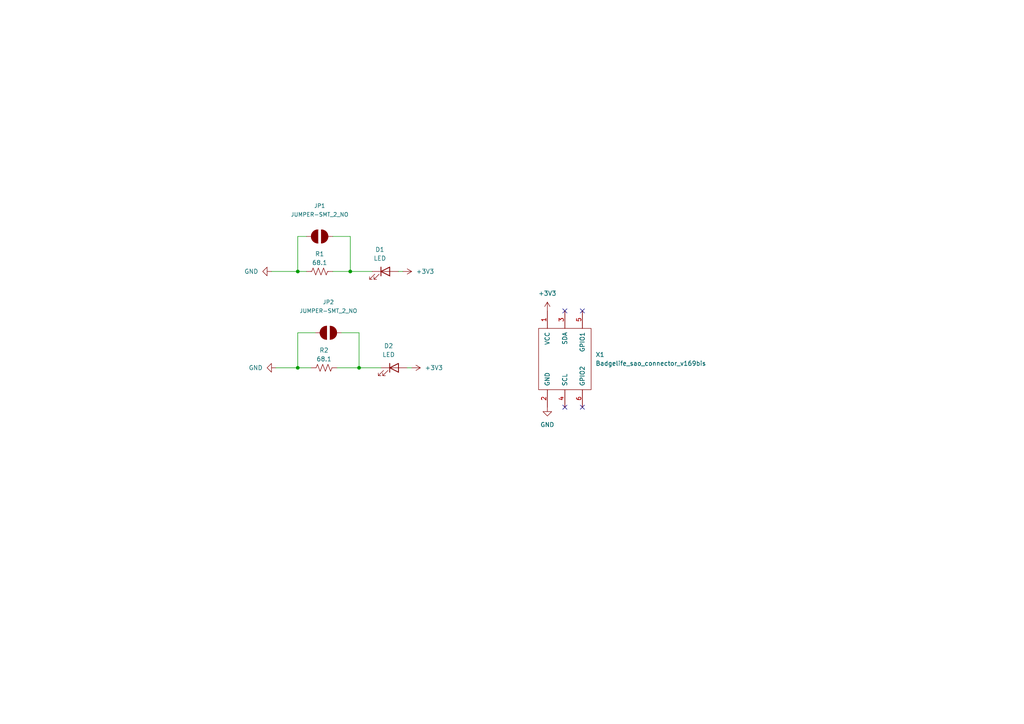
<source format=kicad_sch>
(kicad_sch (version 20230121) (generator eeschema)

  (uuid e63e39d7-6ac0-4ffd-8aa3-1841a4541b55)

  (paper "A4")

  (lib_symbols
    (symbol "BadgePirates:Badgelife_sao_connector_v169bis" (pin_names (offset 1.016)) (in_bom yes) (on_board yes)
      (property "Reference" "X" (at 0 0 0)
        (effects (font (size 1.27 1.27)))
      )
      (property "Value" "Badgelife_sao_connector_v169bis" (at 0 20.32 0)
        (effects (font (size 1.27 1.27)))
      )
      (property "Footprint" "" (at 0 5.08 0)
        (effects (font (size 1.27 1.27)) hide)
      )
      (property "Datasheet" "" (at 0 5.08 0)
        (effects (font (size 1.27 1.27)) hide)
      )
      (symbol "Badgelife_sao_connector_v169bis_0_1"
        (rectangle (start -7.62 8.89) (end 7.62 -8.89)
          (stroke (width 0) (type default))
          (fill (type none))
        )
      )
      (symbol "Badgelife_sao_connector_v169bis_1_1"
        (pin input line (at -5.08 13.97 270) (length 5.08)
          (name "VCC" (effects (font (size 1.27 1.27))))
          (number "1" (effects (font (size 1.27 1.27))))
        )
        (pin input line (at -5.08 -13.97 90) (length 5.08)
          (name "GND" (effects (font (size 1.27 1.27))))
          (number "2" (effects (font (size 1.27 1.27))))
        )
        (pin input line (at 0 13.97 270) (length 5.08)
          (name "SDA" (effects (font (size 1.27 1.27))))
          (number "3" (effects (font (size 1.27 1.27))))
        )
        (pin input line (at 0 -13.97 90) (length 5.08)
          (name "SCL" (effects (font (size 1.27 1.27))))
          (number "4" (effects (font (size 1.27 1.27))))
        )
        (pin input line (at 5.08 13.97 270) (length 5.08)
          (name "GPIO1" (effects (font (size 1.27 1.27))))
          (number "5" (effects (font (size 1.27 1.27))))
        )
        (pin input line (at 5.08 -13.97 90) (length 5.08)
          (name "GPIO2" (effects (font (size 1.27 1.27))))
          (number "6" (effects (font (size 1.27 1.27))))
        )
      )
    )
    (symbol "BadgePirates:JUMPER-SMT_2_NO" (pin_numbers hide) (pin_names (offset 1.016) hide) (in_bom yes) (on_board yes)
      (property "Reference" "JP" (at -2.54 2.54 0)
        (effects (font (size 1.143 1.143)) (justify left bottom))
      )
      (property "Value" "JUMPER-SMT_2_NO" (at -2.54 -3.81 0)
        (effects (font (size 1.143 1.143)) (justify left bottom))
      )
      (property "Footprint" "SMT-JUMPER_2_NO" (at 0 5.08 0)
        (effects (font (size 0.508 0.508)) hide)
      )
      (property "Datasheet" "" (at 0 0 0)
        (effects (font (size 1.524 1.524)) hide)
      )
      (property "PROD_ID" "XXX-00000" (at 0 6.35 0)
        (effects (font (size 1.524 1.524)))
      )
      (property "ki_locked" "" (at 0 0 0)
        (effects (font (size 1.27 1.27)))
      )
      (property "ki_keywords" "PROD_ID:XXX-00000" (at 0 0 0)
        (effects (font (size 1.27 1.27)) hide)
      )
      (property "ki_description" "Normally open jumper This jumper has two pads in close proximity to each other. Apply solder to close the connection. Round pads are easier to solder for beginners, but are a lot larger. SparkFun Product that uses the round pads:<ul><li><a href=\"https://www.sparkfun.com/products/12781\">SparkFun EL Sequencer</a></li></ul>" (at 0 0 0)
        (effects (font (size 1.27 1.27)) hide)
      )
      (property "ki_fp_filters" "*SMT-JUMPER_2_NO_NO-SILK* *SMT-JUMPER_2_NO_NO-SILK_ROUND* *SMT-JUMPER_2_NO_SILK* *SMT-JUMPER_2_NO_SILK_ROUND*" (at 0 0 0)
        (effects (font (size 1.27 1.27)) hide)
      )
      (symbol "JUMPER-SMT_2_NO_0_1"
        (arc (start -0.508 1.905) (mid -2.4047 0) (end -0.508 -1.905)
          (stroke (width 0.2032) (type default))
          (fill (type none))
        )
        (arc (start -0.508 1.905) (mid -2.4047 0) (end -0.508 -1.905)
          (stroke (width 0.2032) (type default))
          (fill (type outline))
        )
        (polyline
          (pts
            (xy -0.508 1.905)
            (xy -0.508 -1.905)
          )
          (stroke (width 0.2032) (type default))
          (fill (type none))
        )
        (polyline
          (pts
            (xy 0.508 1.905)
            (xy 0.508 -1.905)
          )
          (stroke (width 0.2032) (type default))
          (fill (type none))
        )
        (arc (start 0.508 -1.905) (mid 2.4047 0) (end 0.508 1.905)
          (stroke (width 0) (type default))
          (fill (type outline))
        )
        (arc (start 0.508 -1.905) (mid 2.4047 0) (end 0.508 1.905)
          (stroke (width 0.2032) (type default))
          (fill (type none))
        )
      )
      (symbol "JUMPER-SMT_2_NO_1_1"
        (pin passive line (at -3.81 0 0) (length 2.54)
          (name "1" (effects (font (size 1.016 1.016))))
          (number "1" (effects (font (size 1.016 1.016))))
        )
        (pin passive line (at 3.81 0 180) (length 2.54)
          (name "2" (effects (font (size 1.016 1.016))))
          (number "2" (effects (font (size 1.016 1.016))))
        )
      )
    )
    (symbol "Device:LED" (pin_numbers hide) (pin_names (offset 1.016) hide) (in_bom yes) (on_board yes)
      (property "Reference" "D" (at 0 2.54 0)
        (effects (font (size 1.27 1.27)))
      )
      (property "Value" "LED" (at 0 -2.54 0)
        (effects (font (size 1.27 1.27)))
      )
      (property "Footprint" "" (at 0 0 0)
        (effects (font (size 1.27 1.27)) hide)
      )
      (property "Datasheet" "~" (at 0 0 0)
        (effects (font (size 1.27 1.27)) hide)
      )
      (property "ki_keywords" "LED diode" (at 0 0 0)
        (effects (font (size 1.27 1.27)) hide)
      )
      (property "ki_description" "Light emitting diode" (at 0 0 0)
        (effects (font (size 1.27 1.27)) hide)
      )
      (property "ki_fp_filters" "LED* LED_SMD:* LED_THT:*" (at 0 0 0)
        (effects (font (size 1.27 1.27)) hide)
      )
      (symbol "LED_0_1"
        (polyline
          (pts
            (xy -1.27 -1.27)
            (xy -1.27 1.27)
          )
          (stroke (width 0.254) (type default))
          (fill (type none))
        )
        (polyline
          (pts
            (xy -1.27 0)
            (xy 1.27 0)
          )
          (stroke (width 0) (type default))
          (fill (type none))
        )
        (polyline
          (pts
            (xy 1.27 -1.27)
            (xy 1.27 1.27)
            (xy -1.27 0)
            (xy 1.27 -1.27)
          )
          (stroke (width 0.254) (type default))
          (fill (type none))
        )
        (polyline
          (pts
            (xy -3.048 -0.762)
            (xy -4.572 -2.286)
            (xy -3.81 -2.286)
            (xy -4.572 -2.286)
            (xy -4.572 -1.524)
          )
          (stroke (width 0) (type default))
          (fill (type none))
        )
        (polyline
          (pts
            (xy -1.778 -0.762)
            (xy -3.302 -2.286)
            (xy -2.54 -2.286)
            (xy -3.302 -2.286)
            (xy -3.302 -1.524)
          )
          (stroke (width 0) (type default))
          (fill (type none))
        )
      )
      (symbol "LED_1_1"
        (pin passive line (at -3.81 0 0) (length 2.54)
          (name "K" (effects (font (size 1.27 1.27))))
          (number "1" (effects (font (size 1.27 1.27))))
        )
        (pin passive line (at 3.81 0 180) (length 2.54)
          (name "A" (effects (font (size 1.27 1.27))))
          (number "2" (effects (font (size 1.27 1.27))))
        )
      )
    )
    (symbol "Device:R_US" (pin_numbers hide) (pin_names (offset 0)) (in_bom yes) (on_board yes)
      (property "Reference" "R" (at 2.54 0 90)
        (effects (font (size 1.27 1.27)))
      )
      (property "Value" "R_US" (at -2.54 0 90)
        (effects (font (size 1.27 1.27)))
      )
      (property "Footprint" "" (at 1.016 -0.254 90)
        (effects (font (size 1.27 1.27)) hide)
      )
      (property "Datasheet" "~" (at 0 0 0)
        (effects (font (size 1.27 1.27)) hide)
      )
      (property "ki_keywords" "R res resistor" (at 0 0 0)
        (effects (font (size 1.27 1.27)) hide)
      )
      (property "ki_description" "Resistor, US symbol" (at 0 0 0)
        (effects (font (size 1.27 1.27)) hide)
      )
      (property "ki_fp_filters" "R_*" (at 0 0 0)
        (effects (font (size 1.27 1.27)) hide)
      )
      (symbol "R_US_0_1"
        (polyline
          (pts
            (xy 0 -2.286)
            (xy 0 -2.54)
          )
          (stroke (width 0) (type default))
          (fill (type none))
        )
        (polyline
          (pts
            (xy 0 2.286)
            (xy 0 2.54)
          )
          (stroke (width 0) (type default))
          (fill (type none))
        )
        (polyline
          (pts
            (xy 0 -0.762)
            (xy 1.016 -1.143)
            (xy 0 -1.524)
            (xy -1.016 -1.905)
            (xy 0 -2.286)
          )
          (stroke (width 0) (type default))
          (fill (type none))
        )
        (polyline
          (pts
            (xy 0 0.762)
            (xy 1.016 0.381)
            (xy 0 0)
            (xy -1.016 -0.381)
            (xy 0 -0.762)
          )
          (stroke (width 0) (type default))
          (fill (type none))
        )
        (polyline
          (pts
            (xy 0 2.286)
            (xy 1.016 1.905)
            (xy 0 1.524)
            (xy -1.016 1.143)
            (xy 0 0.762)
          )
          (stroke (width 0) (type default))
          (fill (type none))
        )
      )
      (symbol "R_US_1_1"
        (pin passive line (at 0 3.81 270) (length 1.27)
          (name "~" (effects (font (size 1.27 1.27))))
          (number "1" (effects (font (size 1.27 1.27))))
        )
        (pin passive line (at 0 -3.81 90) (length 1.27)
          (name "~" (effects (font (size 1.27 1.27))))
          (number "2" (effects (font (size 1.27 1.27))))
        )
      )
    )
    (symbol "power:+3.3V" (power) (pin_names (offset 0)) (in_bom yes) (on_board yes)
      (property "Reference" "#PWR" (at 0 -3.81 0)
        (effects (font (size 1.27 1.27)) hide)
      )
      (property "Value" "+3.3V" (at 0 3.556 0)
        (effects (font (size 1.27 1.27)))
      )
      (property "Footprint" "" (at 0 0 0)
        (effects (font (size 1.27 1.27)) hide)
      )
      (property "Datasheet" "" (at 0 0 0)
        (effects (font (size 1.27 1.27)) hide)
      )
      (property "ki_keywords" "power-flag" (at 0 0 0)
        (effects (font (size 1.27 1.27)) hide)
      )
      (property "ki_description" "Power symbol creates a global label with name \"+3.3V\"" (at 0 0 0)
        (effects (font (size 1.27 1.27)) hide)
      )
      (symbol "+3.3V_0_1"
        (polyline
          (pts
            (xy -0.762 1.27)
            (xy 0 2.54)
          )
          (stroke (width 0) (type default))
          (fill (type none))
        )
        (polyline
          (pts
            (xy 0 0)
            (xy 0 2.54)
          )
          (stroke (width 0) (type default))
          (fill (type none))
        )
        (polyline
          (pts
            (xy 0 2.54)
            (xy 0.762 1.27)
          )
          (stroke (width 0) (type default))
          (fill (type none))
        )
      )
      (symbol "+3.3V_1_1"
        (pin power_in line (at 0 0 90) (length 0) hide
          (name "+3V3" (effects (font (size 1.27 1.27))))
          (number "1" (effects (font (size 1.27 1.27))))
        )
      )
    )
    (symbol "power:GND" (power) (pin_names (offset 0)) (in_bom yes) (on_board yes)
      (property "Reference" "#PWR" (at 0 -6.35 0)
        (effects (font (size 1.27 1.27)) hide)
      )
      (property "Value" "GND" (at 0 -3.81 0)
        (effects (font (size 1.27 1.27)))
      )
      (property "Footprint" "" (at 0 0 0)
        (effects (font (size 1.27 1.27)) hide)
      )
      (property "Datasheet" "" (at 0 0 0)
        (effects (font (size 1.27 1.27)) hide)
      )
      (property "ki_keywords" "power-flag" (at 0 0 0)
        (effects (font (size 1.27 1.27)) hide)
      )
      (property "ki_description" "Power symbol creates a global label with name \"GND\" , ground" (at 0 0 0)
        (effects (font (size 1.27 1.27)) hide)
      )
      (symbol "GND_0_1"
        (polyline
          (pts
            (xy 0 0)
            (xy 0 -1.27)
            (xy 1.27 -1.27)
            (xy 0 -2.54)
            (xy -1.27 -1.27)
            (xy 0 -1.27)
          )
          (stroke (width 0) (type default))
          (fill (type none))
        )
      )
      (symbol "GND_1_1"
        (pin power_in line (at 0 0 270) (length 0) hide
          (name "GND" (effects (font (size 1.27 1.27))))
          (number "1" (effects (font (size 1.27 1.27))))
        )
      )
    )
  )

  (junction (at 101.6 78.74) (diameter 0) (color 0 0 0 0)
    (uuid 2b9a5c21-403a-4f41-b2ba-5d9501906b8b)
  )
  (junction (at 86.36 78.74) (diameter 0) (color 0 0 0 0)
    (uuid 36c6f742-5f50-4192-836d-1ad9073e2681)
  )
  (junction (at 86.36 106.68) (diameter 0) (color 0 0 0 0)
    (uuid 6ce9bfbc-5e76-4198-9dd3-12fd6a4a8a67)
  )
  (junction (at 104.14 106.68) (diameter 0) (color 0 0 0 0)
    (uuid b806dc34-a233-49f7-b24a-d1570a156fb1)
  )

  (no_connect (at 168.91 90.17) (uuid 3c13f948-c4d9-475e-a170-280cc600b647))
  (no_connect (at 168.91 118.11) (uuid 3c13f948-c4d9-475e-a170-280cc600b648))
  (no_connect (at 163.83 118.11) (uuid 3c13f948-c4d9-475e-a170-280cc600b649))
  (no_connect (at 163.83 90.17) (uuid 3c13f948-c4d9-475e-a170-280cc600b64a))

  (wire (pts (xy 104.14 106.68) (xy 110.49 106.68))
    (stroke (width 0) (type default))
    (uuid 05a21fce-0ecd-4d35-854a-54f71586da52)
  )
  (wire (pts (xy 86.36 106.68) (xy 90.17 106.68))
    (stroke (width 0) (type default))
    (uuid 07db75b7-0dbc-427a-8b80-d381c1967233)
  )
  (wire (pts (xy 115.57 78.74) (xy 116.84 78.74))
    (stroke (width 0) (type default))
    (uuid 0f02a8d4-401c-4efb-b1fb-650dd68365a5)
  )
  (wire (pts (xy 101.6 78.74) (xy 96.52 78.74))
    (stroke (width 0) (type default))
    (uuid 16ecb69d-67c2-4870-9e0c-38105bd66eab)
  )
  (wire (pts (xy 101.6 68.58) (xy 101.6 78.74))
    (stroke (width 0) (type default))
    (uuid 2ba491c5-f750-439d-8119-676717674d7f)
  )
  (wire (pts (xy 86.36 68.58) (xy 86.36 78.74))
    (stroke (width 0) (type default))
    (uuid 2d05b35f-7301-4c58-9e47-c42ef1a8b029)
  )
  (wire (pts (xy 104.14 96.52) (xy 104.14 106.68))
    (stroke (width 0) (type default))
    (uuid 367071ab-0247-4d1b-bcd9-565e120ed835)
  )
  (wire (pts (xy 88.9 68.58) (xy 86.36 68.58))
    (stroke (width 0) (type default))
    (uuid 42acca0c-61d3-46d5-9c76-7c2eef06ad64)
  )
  (wire (pts (xy 99.06 96.52) (xy 104.14 96.52))
    (stroke (width 0) (type default))
    (uuid 63d2f347-b274-4b6e-9fb1-dbcf69e7f6ba)
  )
  (wire (pts (xy 80.01 106.68) (xy 86.36 106.68))
    (stroke (width 0) (type default))
    (uuid 65376b06-f373-41df-a19d-ec6a45085147)
  )
  (wire (pts (xy 78.74 78.74) (xy 86.36 78.74))
    (stroke (width 0) (type default))
    (uuid 82dcab47-2d4d-49dd-a7b8-1fd01ffd85d9)
  )
  (wire (pts (xy 96.52 68.58) (xy 101.6 68.58))
    (stroke (width 0) (type default))
    (uuid 90b5dbaf-3e26-463f-bbd8-6aa2511413e6)
  )
  (wire (pts (xy 91.44 96.52) (xy 86.36 96.52))
    (stroke (width 0) (type default))
    (uuid 9f348fe7-bdef-45cd-bf77-ff30cd49cad3)
  )
  (wire (pts (xy 97.79 106.68) (xy 104.14 106.68))
    (stroke (width 0) (type default))
    (uuid a4445aed-2646-4bc8-96fb-a6af0eeecd72)
  )
  (wire (pts (xy 86.36 96.52) (xy 86.36 106.68))
    (stroke (width 0) (type default))
    (uuid a667e1af-fa3e-4432-ad7f-93d4a8ab340a)
  )
  (wire (pts (xy 118.11 106.68) (xy 119.38 106.68))
    (stroke (width 0) (type default))
    (uuid ab3fc8c1-6562-4cfb-b930-66ab8834f7e3)
  )
  (wire (pts (xy 86.36 78.74) (xy 88.9 78.74))
    (stroke (width 0) (type default))
    (uuid ad67b256-854b-45dc-bc27-6de9d28d2da6)
  )
  (wire (pts (xy 107.95 78.74) (xy 101.6 78.74))
    (stroke (width 0) (type default))
    (uuid e0eb80f7-36af-4e3f-b961-a31d54ee79ff)
  )

  (symbol (lib_id "BadgePirates:Badgelife_sao_connector_v169bis") (at 163.83 104.14 0) (unit 1)
    (in_bom yes) (on_board yes) (dnp no) (fields_autoplaced)
    (uuid 00f3ea8b-8a54-4e56-84ff-d98f6c00496c)
    (property "Reference" "X1" (at 172.72 102.8699 0)
      (effects (font (size 1.27 1.27)) (justify left))
    )
    (property "Value" "Badgelife_sao_connector_v169bis" (at 172.72 105.4099 0)
      (effects (font (size 1.27 1.27)) (justify left))
    )
    (property "Footprint" "BadgePirates:Badgelife-SAOv169-BADGE-2x3_Back" (at 163.83 99.06 0)
      (effects (font (size 1.27 1.27)) hide)
    )
    (property "Datasheet" "" (at 163.83 99.06 0)
      (effects (font (size 1.27 1.27)) hide)
    )
    (pin "1" (uuid 4d586a18-26c5-441e-a9ff-8125ee516126))
    (pin "2" (uuid 477892a1-722e-4cda-bb6c-fcdb8ba5f93e))
    (pin "3" (uuid b09666f9-12f1-4ee9-8877-2292c94258ca))
    (pin "4" (uuid 479331ff-c540-41f4-84e6-b48d65171e59))
    (pin "5" (uuid cc15f583-a41b-43af-ba94-a75455506a96))
    (pin "6" (uuid 1199146e-a60b-416a-b503-e77d6d2892f9))
    (instances
      (project "HankPropane2.0"
        (path "/e63e39d7-6ac0-4ffd-8aa3-1841a4541b55"
          (reference "X1") (unit 1)
        )
      )
    )
  )

  (symbol (lib_id "Device:LED") (at 114.3 106.68 0) (unit 1)
    (in_bom yes) (on_board yes) (dnp no) (fields_autoplaced)
    (uuid 518648e5-4c77-424a-b965-aef22f525c53)
    (property "Reference" "D2" (at 112.7125 100.33 0)
      (effects (font (size 1.27 1.27)))
    )
    (property "Value" "LED" (at 112.7125 102.87 0)
      (effects (font (size 1.27 1.27)))
    )
    (property "Footprint" "BadgePirates:LED_Osram_Lx_P47F_D2mm_ReverseMount_Proper_Mask Only" (at 114.3 106.68 0)
      (effects (font (size 1.27 1.27)) hide)
    )
    (property "Datasheet" "~" (at 114.3 106.68 0)
      (effects (font (size 1.27 1.27)) hide)
    )
    (pin "1" (uuid e2bdcc34-a8c3-4e8f-a2ac-f5a61abfc6ba))
    (pin "2" (uuid bc4499ed-d675-4463-a987-f8cd58a9102c))
    (instances
      (project "HankPropane2.0"
        (path "/e63e39d7-6ac0-4ffd-8aa3-1841a4541b55"
          (reference "D2") (unit 1)
        )
      )
    )
  )

  (symbol (lib_id "power:GND") (at 80.01 106.68 270) (unit 1)
    (in_bom yes) (on_board yes) (dnp no) (fields_autoplaced)
    (uuid 52289d0d-bab3-4ae0-a132-b1bf66ddca44)
    (property "Reference" "#PWR0103" (at 73.66 106.68 0)
      (effects (font (size 1.27 1.27)) hide)
    )
    (property "Value" "GND" (at 76.2 106.6799 90)
      (effects (font (size 1.27 1.27)) (justify right))
    )
    (property "Footprint" "" (at 80.01 106.68 0)
      (effects (font (size 1.27 1.27)) hide)
    )
    (property "Datasheet" "" (at 80.01 106.68 0)
      (effects (font (size 1.27 1.27)) hide)
    )
    (pin "1" (uuid 53106ca1-f773-474a-9e93-ff5ebb927230))
    (instances
      (project "HankPropane2.0"
        (path "/e63e39d7-6ac0-4ffd-8aa3-1841a4541b55"
          (reference "#PWR0103") (unit 1)
        )
      )
    )
  )

  (symbol (lib_id "Device:LED") (at 111.76 78.74 0) (unit 1)
    (in_bom yes) (on_board yes) (dnp no) (fields_autoplaced)
    (uuid 606cc23c-679a-4fa3-b3b1-c023026298b1)
    (property "Reference" "D1" (at 110.1725 72.39 0)
      (effects (font (size 1.27 1.27)))
    )
    (property "Value" "LED" (at 110.1725 74.93 0)
      (effects (font (size 1.27 1.27)))
    )
    (property "Footprint" "BadgePirates:LED_Osram_Lx_P47F_D2mm_ReverseMount_Proper_Mask Only" (at 111.76 78.74 0)
      (effects (font (size 1.27 1.27)) hide)
    )
    (property "Datasheet" "~" (at 111.76 78.74 0)
      (effects (font (size 1.27 1.27)) hide)
    )
    (pin "1" (uuid bf1a0735-8349-4149-9917-9c06c3ec36d7))
    (pin "2" (uuid 13d0922b-6304-4dca-bf30-664d82859d66))
    (instances
      (project "HankPropane2.0"
        (path "/e63e39d7-6ac0-4ffd-8aa3-1841a4541b55"
          (reference "D1") (unit 1)
        )
      )
    )
  )

  (symbol (lib_id "power:GND") (at 158.75 118.11 0) (unit 1)
    (in_bom yes) (on_board yes) (dnp no) (fields_autoplaced)
    (uuid 654e6293-47aa-4444-a2b8-1982b7238daa)
    (property "Reference" "#PWR0106" (at 158.75 124.46 0)
      (effects (font (size 1.27 1.27)) hide)
    )
    (property "Value" "GND" (at 158.75 123.19 0)
      (effects (font (size 1.27 1.27)))
    )
    (property "Footprint" "" (at 158.75 118.11 0)
      (effects (font (size 1.27 1.27)) hide)
    )
    (property "Datasheet" "" (at 158.75 118.11 0)
      (effects (font (size 1.27 1.27)) hide)
    )
    (pin "1" (uuid 7bd42456-0b7a-4f71-b944-b2f9463cf420))
    (instances
      (project "HankPropane2.0"
        (path "/e63e39d7-6ac0-4ffd-8aa3-1841a4541b55"
          (reference "#PWR0106") (unit 1)
        )
      )
    )
  )

  (symbol (lib_id "power:+3.3V") (at 158.75 90.17 0) (unit 1)
    (in_bom yes) (on_board yes) (dnp no) (fields_autoplaced)
    (uuid 7cfb6280-7b79-495c-8176-08dad93c3f74)
    (property "Reference" "#PWR0105" (at 158.75 93.98 0)
      (effects (font (size 1.27 1.27)) hide)
    )
    (property "Value" "+3.3V" (at 158.75 85.09 0)
      (effects (font (size 1.27 1.27)))
    )
    (property "Footprint" "" (at 158.75 90.17 0)
      (effects (font (size 1.27 1.27)) hide)
    )
    (property "Datasheet" "" (at 158.75 90.17 0)
      (effects (font (size 1.27 1.27)) hide)
    )
    (pin "1" (uuid 12862b6c-6662-44dd-b0a7-e076e90164a5))
    (instances
      (project "HankPropane2.0"
        (path "/e63e39d7-6ac0-4ffd-8aa3-1841a4541b55"
          (reference "#PWR0105") (unit 1)
        )
      )
    )
  )

  (symbol (lib_id "power:GND") (at 78.74 78.74 270) (unit 1)
    (in_bom yes) (on_board yes) (dnp no) (fields_autoplaced)
    (uuid 88fb4dbb-7060-401f-8e25-4ba6db6f8746)
    (property "Reference" "#PWR0102" (at 72.39 78.74 0)
      (effects (font (size 1.27 1.27)) hide)
    )
    (property "Value" "GND" (at 74.93 78.7399 90)
      (effects (font (size 1.27 1.27)) (justify right))
    )
    (property "Footprint" "" (at 78.74 78.74 0)
      (effects (font (size 1.27 1.27)) hide)
    )
    (property "Datasheet" "" (at 78.74 78.74 0)
      (effects (font (size 1.27 1.27)) hide)
    )
    (pin "1" (uuid 4e059a00-b81b-46be-a368-6cffae6aa9fa))
    (instances
      (project "HankPropane2.0"
        (path "/e63e39d7-6ac0-4ffd-8aa3-1841a4541b55"
          (reference "#PWR0102") (unit 1)
        )
      )
    )
  )

  (symbol (lib_id "Device:R_US") (at 93.98 106.68 90) (unit 1)
    (in_bom yes) (on_board yes) (dnp no) (fields_autoplaced)
    (uuid 8e4d0292-cf07-49fb-a123-88135f573f61)
    (property "Reference" "R2" (at 93.98 101.6 90)
      (effects (font (size 1.27 1.27)))
    )
    (property "Value" "68.1" (at 93.98 104.14 90)
      (effects (font (size 1.27 1.27)))
    )
    (property "Footprint" "Resistor_SMD:R_0805_2012Metric_Pad1.20x1.40mm_HandSolder" (at 94.234 105.664 90)
      (effects (font (size 1.27 1.27)) hide)
    )
    (property "Datasheet" "" (at 93.98 106.68 0)
      (effects (font (size 1.27 1.27)) hide)
    )
    (pin "1" (uuid 46c2b742-9fc2-4cc1-8e0a-c36b6a4a1012))
    (pin "2" (uuid ca95f627-b314-4ab1-90e7-f7aa0d547633))
    (instances
      (project "HankPropane2.0"
        (path "/e63e39d7-6ac0-4ffd-8aa3-1841a4541b55"
          (reference "R2") (unit 1)
        )
      )
    )
  )

  (symbol (lib_id "BadgePirates:JUMPER-SMT_2_NO") (at 95.25 96.52 0) (unit 1)
    (in_bom yes) (on_board yes) (dnp no) (fields_autoplaced)
    (uuid 969f0a67-9c23-4d96-b0fe-2d1bccff5da8)
    (property "Reference" "JP2" (at 95.25 87.63 0)
      (effects (font (size 1.143 1.143)))
    )
    (property "Value" "JUMPER-SMT_2_NO" (at 95.25 90.17 0)
      (effects (font (size 1.143 1.143)))
    )
    (property "Footprint" "Jumper:SolderJumper-2_P1.3mm_Open_TrianglePad1.0x1.5mm" (at 95.25 91.44 0)
      (effects (font (size 0.508 0.508)) hide)
    )
    (property "Datasheet" "" (at 95.25 96.52 0)
      (effects (font (size 1.524 1.524)) hide)
    )
    (property "PROD_ID" "XXX-00000" (at 95.25 92.71 0)
      (effects (font (size 1.524 1.524)) hide)
    )
    (pin "1" (uuid a1117f85-22f8-44b1-9f98-b8d83f6cd966))
    (pin "2" (uuid 1652d362-0d71-4d6c-b153-050d276127e0))
    (instances
      (project "HankPropane2.0"
        (path "/e63e39d7-6ac0-4ffd-8aa3-1841a4541b55"
          (reference "JP2") (unit 1)
        )
      )
    )
  )

  (symbol (lib_id "BadgePirates:JUMPER-SMT_2_NO") (at 92.71 68.58 0) (unit 1)
    (in_bom yes) (on_board yes) (dnp no) (fields_autoplaced)
    (uuid 978ef2ce-796c-43e4-8ef2-8de290e35459)
    (property "Reference" "JP1" (at 92.71 59.69 0)
      (effects (font (size 1.143 1.143)))
    )
    (property "Value" "JUMPER-SMT_2_NO" (at 92.71 62.23 0)
      (effects (font (size 1.143 1.143)))
    )
    (property "Footprint" "Jumper:SolderJumper-2_P1.3mm_Open_TrianglePad1.0x1.5mm" (at 92.71 63.5 0)
      (effects (font (size 0.508 0.508)) hide)
    )
    (property "Datasheet" "" (at 92.71 68.58 0)
      (effects (font (size 1.524 1.524)) hide)
    )
    (property "PROD_ID" "XXX-00000" (at 92.71 64.77 0)
      (effects (font (size 1.524 1.524)) hide)
    )
    (pin "1" (uuid d1f6e841-9aa1-45a5-b1a6-7fb8d2be7294))
    (pin "2" (uuid b1fdadf8-a87c-489d-9119-f234e20a84f6))
    (instances
      (project "HankPropane2.0"
        (path "/e63e39d7-6ac0-4ffd-8aa3-1841a4541b55"
          (reference "JP1") (unit 1)
        )
      )
    )
  )

  (symbol (lib_id "Device:R_US") (at 92.71 78.74 90) (unit 1)
    (in_bom yes) (on_board yes) (dnp no) (fields_autoplaced)
    (uuid b7d38f16-e1e6-465e-9a8a-9b7ad8ca54f9)
    (property "Reference" "R1" (at 92.71 73.66 90)
      (effects (font (size 1.27 1.27)))
    )
    (property "Value" "68.1" (at 92.71 76.2 90)
      (effects (font (size 1.27 1.27)))
    )
    (property "Footprint" "Resistor_SMD:R_0805_2012Metric_Pad1.20x1.40mm_HandSolder" (at 92.964 77.724 90)
      (effects (font (size 1.27 1.27)) hide)
    )
    (property "Datasheet" "~" (at 92.71 78.74 0)
      (effects (font (size 1.27 1.27)) hide)
    )
    (pin "1" (uuid b3a20589-b8ca-49c2-9c4f-e009cc8b8ca7))
    (pin "2" (uuid 035dd77d-15a7-4268-b1f0-20ed9611432a))
    (instances
      (project "HankPropane2.0"
        (path "/e63e39d7-6ac0-4ffd-8aa3-1841a4541b55"
          (reference "R1") (unit 1)
        )
      )
    )
  )

  (symbol (lib_id "power:+3.3V") (at 119.38 106.68 270) (unit 1)
    (in_bom yes) (on_board yes) (dnp no) (fields_autoplaced)
    (uuid efce3ccf-dccf-4ab2-825c-383d2306383e)
    (property "Reference" "#PWR0104" (at 115.57 106.68 0)
      (effects (font (size 1.27 1.27)) hide)
    )
    (property "Value" "+3.3V" (at 123.19 106.6799 90)
      (effects (font (size 1.27 1.27)) (justify left))
    )
    (property "Footprint" "" (at 119.38 106.68 0)
      (effects (font (size 1.27 1.27)) hide)
    )
    (property "Datasheet" "" (at 119.38 106.68 0)
      (effects (font (size 1.27 1.27)) hide)
    )
    (pin "1" (uuid ff5dd087-8e4a-4c61-84cb-6b8a2b70a43f))
    (instances
      (project "HankPropane2.0"
        (path "/e63e39d7-6ac0-4ffd-8aa3-1841a4541b55"
          (reference "#PWR0104") (unit 1)
        )
      )
    )
  )

  (symbol (lib_id "power:+3.3V") (at 116.84 78.74 270) (unit 1)
    (in_bom yes) (on_board yes) (dnp no) (fields_autoplaced)
    (uuid f2ae85d9-7640-48a3-83c4-8d4b3e89cde3)
    (property "Reference" "#PWR0101" (at 113.03 78.74 0)
      (effects (font (size 1.27 1.27)) hide)
    )
    (property "Value" "+3.3V" (at 120.65 78.7399 90)
      (effects (font (size 1.27 1.27)) (justify left))
    )
    (property "Footprint" "" (at 116.84 78.74 0)
      (effects (font (size 1.27 1.27)) hide)
    )
    (property "Datasheet" "" (at 116.84 78.74 0)
      (effects (font (size 1.27 1.27)) hide)
    )
    (pin "1" (uuid 6e377ae5-9877-4223-a4f6-977c4c2655d4))
    (instances
      (project "HankPropane2.0"
        (path "/e63e39d7-6ac0-4ffd-8aa3-1841a4541b55"
          (reference "#PWR0101") (unit 1)
        )
      )
    )
  )

  (sheet_instances
    (path "/" (page "1"))
  )
)

</source>
